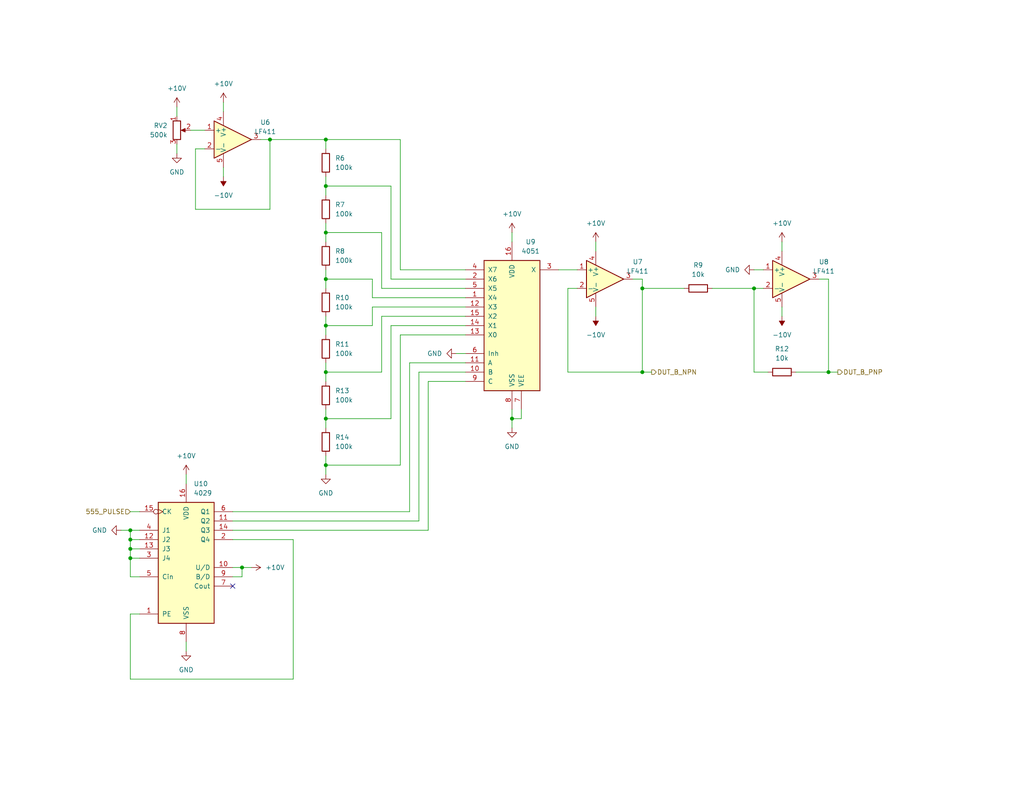
<source format=kicad_sch>
(kicad_sch (version 20211123) (generator eeschema)
  (paper "USLetter")
  (title_block (title "Base signal generator") (date "2023-07-30") (rev "1.0"))
  (lib_symbols
    (symbol "4xxx:4029" (pin_names (offset 1.016))
      (property "Reference" "U" (at -7.62 16.51 0))
      (property "Value" "4029" (at -7.62 -19.05 0))
      (symbol "4029_1_0"
        (pin input line (at -12.7 -15.24 0) (length 5.08) (name "PE") (number "1"))
        (pin input line (at 12.7 -2.54 180) (length 5.08) (name "U/D") (number "10"))
        (pin output line (at 12.7 10.16 180) (length 5.08) (name "Q2") (number "11"))
        (pin input line (at -12.7 5.08 0) (length 5.08) (name "J2") (number "12"))
        (pin input line (at -12.7 2.54 0) (length 5.08) (name "J3") (number "13"))
        (pin output line (at 12.7 7.62 180) (length 5.08) (name "Q3") (number "14"))
        (pin input inverted_clock (at -12.7 12.7 0) (length 5.08) (name "CK") (number "15"))
        (pin power_in line (at 0 20.32 270) (length 5.08) (name "VDD") (number "16"))
        (pin output line (at 12.7 5.08 180) (length 5.08) (name "Q4") (number "2"))
        (pin input line (at -12.7 0 0) (length 5.08) (name "J4") (number "3"))
        (pin input line (at -12.7 7.62 0) (length 5.08) (name "J1") (number "4"))
        (pin input line (at -12.7 -5.08 0) (length 5.08) (name "Cin") (number "5"))
        (pin output line (at 12.7 12.7 180) (length 5.08) (name "Q1") (number "6"))
        (pin output line (at 12.7 -7.62 180) (length 5.08) (name "Cout") (number "7"))
        (pin power_in line (at 0 -22.86 90) (length 5.08) (name "VSS") (number "8"))
        (pin input line (at 12.7 -5.08 180) (length 5.08) (name "B/D") (number "9"))
      )
      (symbol "4029_1_1"
        (rectangle (start -7.62 15.24) (end 7.62 -17.78) (stroke (width 0.254)) (fill (type background)))
      )
    )
    (symbol "4xxx:4051" (pin_names (offset 1.016))
      (property "Reference" "U?" (at 5.08 22.86 0))
      (property "Value" "4051" (at 5.08 20.32 0))
      (symbol "4051_1_0"
        (pin passive line (at -12.7 7.62 0) (length 5.08) (name "X4") (number "1"))
        (pin input line (at -12.7 -12.7 0) (length 5.08) (name "B") (number "10"))
        (pin input line (at -12.7 -10.16 0) (length 5.08) (name "A") (number "11"))
        (pin passive line (at -12.7 5.08 0) (length 5.08) (name "X3") (number "12"))
        (pin passive line (at -12.7 -2.54 0) (length 5.08) (name "X0") (number "13"))
        (pin passive line (at -12.7 0 0) (length 5.08) (name "X1") (number "14"))
        (pin passive line (at -12.7 2.54 0) (length 5.08) (name "X2") (number "15"))
        (pin power_in line (at 0 22.86 270) (length 5.08) (name "VDD") (number "16"))
        (pin passive line (at -12.7 12.7 0) (length 5.08) (name "X6") (number "2"))
        (pin passive line (at 12.7 15.24 180) (length 5.08) (name "X") (number "3"))
        (pin passive line (at -12.7 15.24 0) (length 5.08) (name "X7") (number "4"))
        (pin passive line (at -12.7 10.16 0) (length 5.08) (name "X5") (number "5"))
        (pin input line (at -12.7 -7.62 0) (length 5.08) (name "Inh") (number "6"))
        (pin power_in line (at 2.54 -22.86 90) (length 5.08) (name "VEE") (number "7"))
        (pin power_in line (at 0 -22.86 90) (length 5.08) (name "VSS") (number "8"))
        (pin input line (at -12.7 -15.24 0) (length 5.08) (name "C") (number "9"))
      )
      (symbol "4051_1_1"
        (rectangle (start -7.62 17.78) (end 7.62 -17.78) (stroke (width 0.254)) (fill (type background)))
      )
    )
    (symbol "Device:R" (pin_numbers hide) (pin_names (offset 0))
      (property "Reference" "R" (at 2.032 0 90))
      (property "Value" "R" (at 0 0 90))
      (symbol "R_0_1"
        (rectangle (start -1.016 -2.54) (end 1.016 2.54) (stroke (width 0.254)))
      )
      (symbol "R_1_1"
        (pin passive line (at 0 3.81 270) (length 1.27) (name "~") (number "1"))
        (pin passive line (at 0 -3.81 90) (length 1.27) (name "~") (number "2"))
      )
    )
    (symbol "Device:R_Potentiometer" (pin_names (offset 1.016) hide)
      (property "Reference" "RV" (at -4.445 0 90))
      (property "Value" "R_Potentiometer" (at -2.54 0 90))
      (symbol "R_Potentiometer_0_1"
        (polyline (pts (xy 2.54 0) (xy 1.524 0)))
        (polyline (pts (xy 1.143 0) (xy 2.286 0.508) (xy 2.286 -0.508) (xy 1.143 0)) (fill (type outline)))
        (rectangle (start 1.016 2.54) (end -1.016 -2.54) (stroke (width 0.254)))
      )
      (symbol "R_Potentiometer_1_1"
        (pin passive line (at 0 3.81 270) (length 1.27) (name "1") (number "1"))
        (pin passive line (at 3.81 0 180) (length 1.27) (name "2") (number "2"))
        (pin passive line (at 0 -3.81 90) (length 1.27) (name "3") (number "3"))
      )
    )
    (symbol "power:+10V" (power) (pin_names (offset 0))
      (property "Value" "+10V" (at 0 3.556 0))
      (symbol "+10V_0_1"
        (polyline (pts (xy -0.762 1.27) (xy 0 2.54)))
        (polyline (pts (xy 0 0) (xy 0 2.54)))
        (polyline (pts (xy 0 2.54) (xy 0.762 1.27)))
      )
      (symbol "+10V_1_1"
        (pin power_in line (at 0 0 90) (length 0) hide (name "+10V") (number "1"))
      )
    )
    (symbol "power:-10V" (power) (pin_names (offset 0))
      (property "Value" "-10V" (at 0 3.81 0))
      (symbol "-10V_0_0"
        (pin power_in line (at 0 0 90) (length 0) hide (name "-10V") (number "1"))
      )
      (symbol "-10V_0_1"
        (polyline (pts (xy 0 0) (xy 0 1.27) (xy 0.762 1.27) (xy 0 2.54) (xy -0.762 1.27) (xy 0 1.27)) (fill (type outline)))
      )
    )
    (symbol "power:GND" (power) (pin_names (offset 0))
      (property "Value" "GND" (at 0 -3.81 0))
      (symbol "GND_0_1"
        (polyline (pts (xy 0 0) (xy 0 -1.27) (xy 1.27 -1.27) (xy 0 -2.54) (xy -1.27 -1.27) (xy 0 -1.27)))
      )
      (symbol "GND_1_1"
        (pin power_in line (at 0 0 270) (length 0) hide (name "GND") (number "1"))
      )
    )
    (symbol "pspice:OPAMP" (pin_names (offset 0.254))
      (property "Reference" "U" (at 3.81 3.175 0))
      (property "Value" "OPAMP" (at 3.81 -3.175 0))
      (symbol "OPAMP_0_1"
        (polyline (pts (xy 5.08 0) (xy -5.08 5.08) (xy -5.08 -5.08) (xy 5.08 0)) (stroke (width 0.254)) (fill (type background)))
      )
      (symbol "OPAMP_1_1"
        (pin input line (at -7.62 2.54 0) (length 2.54) (name "+") (number "1"))
        (pin input line (at -7.62 -2.54 0) (length 2.54) (name "-") (number "2"))
        (pin output line (at 7.62 0 180) (length 2.54) (name "~") (number "3"))
        (pin power_in line (at -2.54 7.62 270) (length 3.81) (name "V+") (number "4"))
        (pin power_in line (at -2.54 -7.62 90) (length 3.81) (name "V-") (number "5"))
      )
    )
  )
  (junction (at 88.9 63.5))
  (junction (at 88.9 101.6))
  (junction (at 88.9 127))
  (junction (at 88.9 50.8))
  (junction (at 66.04 154.94))
  (junction (at 88.9 38.1))
  (junction (at 35.56 147.32))
  (junction (at 35.56 152.4))
  (junction (at 35.56 149.86))
  (junction (at 88.9 76.2))
  (junction (at 88.9 88.9))
  (junction (at 88.9 114.3))
  (junction (at 35.56 144.78))
  (junction (at 139.7 114.3))
  (junction (at 175.26 78.74))
  (junction (at 226.06 101.6))
  (junction (at 175.26 101.6))
  (junction (at 73.66 38.1))
  (junction (at 205.74 78.74))
  (no_connect (at 63.5 160.02))
  (wire (pts (xy 111.76 139.7) (xy 111.76 99.06)))
  (wire (pts (xy 114.3 101.6) (xy 127 101.6)))
  (wire (pts (xy 175.26 101.6) (xy 177.8 101.6)))
  (wire (pts (xy 88.9 88.9) (xy 101.6 88.9)))
  (wire (pts (xy 35.56 147.32) (xy 38.1 147.32)))
  (wire (pts (xy 88.9 50.8) (xy 88.9 53.34)))
  (wire (pts (xy 35.56 147.32) (xy 35.56 144.78)))
  (wire (pts (xy 111.76 99.06) (xy 127 99.06)))
  (wire (pts (xy 35.56 152.4) (xy 35.56 149.86)))
  (wire (pts (xy 38.1 152.4) (xy 35.56 152.4)))
  (wire (pts (xy 88.9 101.6) (xy 88.9 104.14)))
  (wire (pts (xy 127 81.28) (xy 101.6 81.28)))
  (wire (pts (xy 217.17 101.6) (xy 226.06 101.6)))
  (wire (pts (xy 209.55 101.6) (xy 205.74 101.6)))
  (wire (pts (xy 88.9 50.8) (xy 106.68 50.8)))
  (wire (pts (xy 213.36 83.82) (xy 213.36 86.36)))
  (wire (pts (xy 142.24 111.76) (xy 142.24 114.3)))
  (wire (pts (xy 106.68 88.9) (xy 106.68 114.3)))
  (wire (pts (xy 88.9 111.76) (xy 88.9 114.3)))
  (wire (pts (xy 35.56 157.48) (xy 35.56 152.4)))
  (wire (pts (xy 109.22 73.66) (xy 109.22 38.1)))
  (wire (pts (xy 88.9 99.06) (xy 88.9 101.6)))
  (wire (pts (xy 88.9 76.2) (xy 88.9 78.74)))
  (wire (pts (xy 175.26 78.74) (xy 186.69 78.74)))
  (wire (pts (xy 114.3 101.6) (xy 114.3 142.24)))
  (wire (pts (xy 88.9 38.1) (xy 88.9 40.64)))
  (wire (pts (xy 88.9 38.1) (xy 109.22 38.1)))
  (wire (pts (xy 88.9 114.3) (xy 106.68 114.3)))
  (wire (pts (xy 60.96 45.72) (xy 60.96 48.26)))
  (wire (pts (xy 73.66 38.1) (xy 88.9 38.1)))
  (wire (pts (xy 109.22 91.44) (xy 109.22 127)))
  (wire (pts (xy 63.5 154.94) (xy 66.04 154.94)))
  (wire (pts (xy 194.31 78.74) (xy 205.74 78.74)))
  (wire (pts (xy 35.56 144.78) (xy 38.1 144.78)))
  (wire (pts (xy 116.84 104.14) (xy 127 104.14)))
  (wire (pts (xy 152.4 73.66) (xy 157.48 73.66)))
  (wire (pts (xy 63.5 147.32) (xy 80.01 147.32)))
  (wire (pts (xy 127 78.74) (xy 104.14 78.74)))
  (wire (pts (xy 88.9 127) (xy 109.22 127)))
  (wire (pts (xy 154.94 78.74) (xy 154.94 101.6)))
  (wire (pts (xy 88.9 88.9) (xy 88.9 91.44)))
  (wire (pts (xy 175.26 101.6) (xy 154.94 101.6)))
  (wire (pts (xy 88.9 127) (xy 88.9 124.46)))
  (wire (pts (xy 127 86.36) (xy 104.14 86.36)))
  (wire (pts (xy 52.07 35.56) (xy 55.88 35.56)))
  (wire (pts (xy 80.01 147.32) (xy 80.01 185.42)))
  (wire (pts (xy 226.06 101.6) (xy 228.6 101.6)))
  (wire (pts (xy 139.7 63.5) (xy 139.7 66.04)))
  (wire (pts (xy 80.01 185.42) (xy 35.56 185.42)))
  (wire (pts (xy 205.74 73.66) (xy 208.28 73.66)))
  (wire (pts (xy 157.48 78.74) (xy 154.94 78.74)))
  (wire (pts (xy 88.9 76.2) (xy 101.6 76.2)))
  (wire (pts (xy 63.5 139.7) (xy 111.76 139.7)))
  (wire (pts (xy 35.56 149.86) (xy 35.56 147.32)))
  (wire (pts (xy 127 76.2) (xy 106.68 76.2)))
  (wire (pts (xy 226.06 76.2) (xy 226.06 101.6)))
  (wire (pts (xy 127 83.82) (xy 101.6 83.82)))
  (wire (pts (xy 142.24 114.3) (xy 139.7 114.3)))
  (wire (pts (xy 55.88 40.64) (xy 53.34 40.64)))
  (wire (pts (xy 33.02 144.78) (xy 35.56 144.78)))
  (wire (pts (xy 66.04 157.48) (xy 66.04 154.94)))
  (wire (pts (xy 60.96 27.94) (xy 60.96 30.48)))
  (wire (pts (xy 88.9 86.36) (xy 88.9 88.9)))
  (wire (pts (xy 162.56 83.82) (xy 162.56 86.36)))
  (wire (pts (xy 127 88.9) (xy 106.68 88.9)))
  (wire (pts (xy 50.8 129.54) (xy 50.8 132.08)))
  (wire (pts (xy 208.28 78.74) (xy 205.74 78.74)))
  (wire (pts (xy 205.74 78.74) (xy 205.74 101.6)))
  (wire (pts (xy 88.9 63.5) (xy 104.14 63.5)))
  (wire (pts (xy 88.9 60.96) (xy 88.9 63.5)))
  (wire (pts (xy 109.22 73.66) (xy 127 73.66)))
  (wire (pts (xy 104.14 86.36) (xy 104.14 101.6)))
  (wire (pts (xy 35.56 167.64) (xy 38.1 167.64)))
  (wire (pts (xy 88.9 101.6) (xy 104.14 101.6)))
  (wire (pts (xy 106.68 76.2) (xy 106.68 50.8)))
  (wire (pts (xy 35.56 149.86) (xy 38.1 149.86)))
  (wire (pts (xy 124.46 96.52) (xy 127 96.52)))
  (wire (pts (xy 73.66 38.1) (xy 71.12 38.1)))
  (wire (pts (xy 127 91.44) (xy 109.22 91.44)))
  (wire (pts (xy 73.66 57.15) (xy 73.66 38.1)))
  (wire (pts (xy 35.56 139.7) (xy 38.1 139.7)))
  (wire (pts (xy 139.7 111.76) (xy 139.7 114.3)))
  (wire (pts (xy 63.5 144.78) (xy 116.84 144.78)))
  (wire (pts (xy 88.9 127) (xy 88.9 129.54)))
  (wire (pts (xy 88.9 48.26) (xy 88.9 50.8)))
  (wire (pts (xy 101.6 81.28) (xy 101.6 76.2)))
  (wire (pts (xy 162.56 66.04) (xy 162.56 68.58)))
  (wire (pts (xy 66.04 154.94) (xy 68.58 154.94)))
  (wire (pts (xy 175.26 78.74) (xy 175.26 101.6)))
  (wire (pts (xy 53.34 57.15) (xy 73.66 57.15)))
  (wire (pts (xy 48.26 29.21) (xy 48.26 31.75)))
  (wire (pts (xy 139.7 114.3) (xy 139.7 116.84)))
  (wire (pts (xy 38.1 157.48) (xy 35.56 157.48)))
  (wire (pts (xy 175.26 76.2) (xy 172.72 76.2)))
  (wire (pts (xy 63.5 157.48) (xy 66.04 157.48)))
  (wire (pts (xy 53.34 40.64) (xy 53.34 57.15)))
  (wire (pts (xy 50.8 175.26) (xy 50.8 177.8)))
  (wire (pts (xy 175.26 78.74) (xy 175.26 76.2)))
  (wire (pts (xy 88.9 73.66) (xy 88.9 76.2)))
  (wire (pts (xy 88.9 114.3) (xy 88.9 116.84)))
  (wire (pts (xy 101.6 83.82) (xy 101.6 88.9)))
  (wire (pts (xy 213.36 66.04) (xy 213.36 68.58)))
  (wire (pts (xy 88.9 63.5) (xy 88.9 66.04)))
  (wire (pts (xy 226.06 76.2) (xy 223.52 76.2)))
  (wire (pts (xy 63.5 142.24) (xy 114.3 142.24)))
  (wire (pts (xy 35.56 185.42) (xy 35.56 167.64)))
  (wire (pts (xy 116.84 144.78) (xy 116.84 104.14)))
  (wire (pts (xy 104.14 63.5) (xy 104.14 78.74)))
  (wire (pts (xy 48.26 39.37) (xy 48.26 41.91)))
  (hierarchical_label "DUT_B_PNP" (shape output) (at 228.6 101.6 0))
  (hierarchical_label "DUT_B_NPN" (shape output) (at 177.8 101.6 0))
  (hierarchical_label "555_PULSE" (shape input) (at 35.56 139.7 180))
  (symbol (lib_id "power:-10V") (at 162.56 86.36 180) (unit 1)
    (property "Reference" "#PWR029" (effects hide))
    (property "Value" "-10V" (at 162.56 91.44 0))
  )
  (symbol (lib_id "power:GND") (at 124.46 96.52 270) (unit 1)
    (property "Reference" "#PWR031" (effects hide))
    (property "Value" "GND" (at 120.65 96.5199 90) (effects (justify right)))
  )
  (symbol (lib_id "Device:R") (at 88.9 107.95 0) (unit 1)
    (property "Reference" "R13" (at 91.44 106.6799 0) (effects (justify left)))
    (property "Value" "100k" (at 91.44 109.2199 0) (effects (justify left)))
  )
  (symbol (lib_id "pspice:OPAMP") (at 63.5 38.1 0) (unit 1)
    (property "Reference" "U6" (at 72.39 33.401 0))
    (property "Value" "LF411" (at 72.39 35.941 0))
  )
  (symbol (lib_id "Device:R") (at 88.9 120.65 0) (unit 1)
    (property "Reference" "R14" (at 91.44 119.3799 0) (effects (justify left)))
    (property "Value" "100k" (at 91.44 121.9199 0) (effects (justify left)))
  )
  (symbol (lib_id "Device:R") (at 88.9 44.45 0) (unit 1)
    (property "Reference" "R6" (at 91.44 43.1799 0) (effects (justify left)))
    (property "Value" "100k" (at 91.44 45.7199 0) (effects (justify left)))
  )
  (symbol (lib_id "power:GND") (at 48.26 41.91 0) (unit 1)
    (property "Reference" "#PWR023" (effects hide))
    (property "Value" "GND" (at 48.26 46.99 0))
  )
  (symbol (lib_id "power:GND") (at 50.8 177.8 0) (unit 1)
    (property "Reference" "#PWR037" (effects hide))
    (property "Value" "GND" (at 50.8 182.88 0))
  )
  (symbol (lib_id "power:+10V") (at 60.96 27.94 0) (unit 1)
    (property "Reference" "#PWR021" (effects hide))
    (property "Value" "+10V" (at 60.96 22.86 0))
  )
  (symbol (lib_id "power:GND") (at 205.74 73.66 270) (unit 1)
    (property "Reference" "#PWR028" (effects hide))
    (property "Value" "GND" (at 201.93 73.6599 90) (effects (justify right)))
  )
  (symbol (lib_id "power:+10V") (at 68.58 154.94 270) (unit 1)
    (property "Reference" "#PWR036" (effects hide))
    (property "Value" "+10V" (at 72.39 154.9399 90) (effects (justify left)))
  )
  (symbol (lib_id "power:+10V") (at 50.8 129.54 0) (unit 1)
    (property "Reference" "#PWR033" (effects hide))
    (property "Value" "+10V" (at 50.8 124.46 0))
  )
  (symbol (lib_id "pspice:OPAMP") (at 165.1 76.2 0) (unit 1)
    (property "Reference" "U7" (at 173.99 71.501 0))
    (property "Value" "LF411" (at 173.99 74.041 0))
  )
  (symbol (lib_id "Device:R") (at 190.5 78.74 90) (unit 1)
    (property "Reference" "R9" (at 190.5 72.39 90))
    (property "Value" "10k" (at 190.5 74.93 90))
  )
  (symbol (lib_id "Device:R") (at 88.9 95.25 0) (unit 1)
    (property "Reference" "R11" (at 91.44 93.9799 0) (effects (justify left)))
    (property "Value" "100k" (at 91.44 96.5199 0) (effects (justify left)))
  )
  (symbol (lib_id "power:-10V") (at 213.36 86.36 180) (unit 1)
    (property "Reference" "#PWR030" (effects hide))
    (property "Value" "-10V" (at 213.36 91.44 0))
  )
  (symbol (lib_id "power:-10V") (at 60.96 48.26 180) (unit 1)
    (property "Reference" "#PWR024" (effects hide))
    (property "Value" "-10V" (at 60.96 53.34 0))
  )
  (symbol (lib_id "pspice:OPAMP") (at 215.9 76.2 0) (unit 1)
    (property "Reference" "U8" (at 224.79 71.501 0))
    (property "Value" "LF411" (at 224.79 74.041 0))
  )
  (symbol (lib_id "Device:R") (at 88.9 69.85 0) (unit 1)
    (property "Reference" "R8" (at 91.44 68.5799 0) (effects (justify left)))
    (property "Value" "100k" (at 91.44 71.1199 0) (effects (justify left)))
  )
  (symbol (lib_id "power:+10V") (at 162.56 66.04 0) (unit 1)
    (property "Reference" "#PWR026" (effects hide))
    (property "Value" "+10V" (at 162.56 60.96 0))
  )
  (symbol (lib_id "power:+10V") (at 139.7 63.5 0) (unit 1)
    (property "Reference" "#PWR025" (effects hide))
    (property "Value" "+10V" (at 139.7 58.42 0))
  )
  (symbol (lib_id "power:GND") (at 139.7 116.84 0) (unit 1)
    (property "Reference" "#PWR032" (effects hide))
    (property "Value" "GND" (at 139.7 121.92 0))
  )
  (symbol (lib_id "4xxx:4051") (at 139.7 88.9 0) (unit 1)
    (property "Reference" "U9" (at 144.78 66.04 0))
    (property "Value" "4051" (at 144.78 68.58 0))
    (property "Datasheet" "http://www.intersil.com/content/dam/Intersil/documents/cd40/cd4051bms-52bms-53bms.pdf" (effects hide))
  )
  (symbol (lib_id "power:GND") (at 88.9 129.54 0) (unit 1)
    (property "Reference" "#PWR034" (effects hide))
    (property "Value" "GND" (at 88.9 134.62 0))
  )
  (symbol (lib_id "power:+10V") (at 48.26 29.21 0) (unit 1)
    (property "Reference" "#PWR022" (effects hide))
    (property "Value" "+10V" (at 48.26 24.13 0))
  )
  (symbol (lib_id "Device:R_Potentiometer") (at 48.26 35.56 0) (unit 1)
    (property "Reference" "RV2" (at 45.72 34.2899 0) (effects (justify right)))
    (property "Value" "500k" (at 45.72 36.8299 0) (effects (justify right)))
  )
  (symbol (lib_id "Device:R") (at 88.9 82.55 0) (unit 1)
    (property "Reference" "R10" (at 91.44 81.2799 0) (effects (justify left)))
    (property "Value" "100k" (at 91.44 83.8199 0) (effects (justify left)))
  )
  (symbol (lib_id "4xxx:4029") (at 50.8 152.4 0) (unit 1)
    (property "Reference" "U10" (at 52.8194 132.08 0) (effects (justify left)))
    (property "Value" "4029" (at 52.8194 134.62 0) (effects (justify left)))
    (property "Datasheet" "http://www.intersil.com/content/dam/Intersil/documents/cd40/cd4029bms.pdf" (effects hide))
  )
  (symbol (lib_id "Device:R") (at 88.9 57.15 0) (unit 1)
    (property "Reference" "R7" (at 91.44 55.8799 0) (effects (justify left)))
    (property "Value" "100k" (at 91.44 58.4199 0) (effects (justify left)))
  )
  (symbol (lib_id "power:GND") (at 33.02 144.78 270) (unit 1)
    (property "Reference" "#PWR035" (effects hide))
    (property "Value" "GND" (at 29.21 144.7799 90) (effects (justify right)))
  )
  (symbol (lib_id "Device:R") (at 213.36 101.6 90) (unit 1)
    (property "Reference" "R12" (at 213.36 95.25 90))
    (property "Value" "10k" (at 213.36 97.79 90))
  )
  (symbol (lib_id "power:+10V") (at 213.36 66.04 0) (unit 1)
    (property "Reference" "#PWR027" (effects hide))
    (property "Value" "+10V" (at 213.36 60.96 0))
  )
)
</source>
